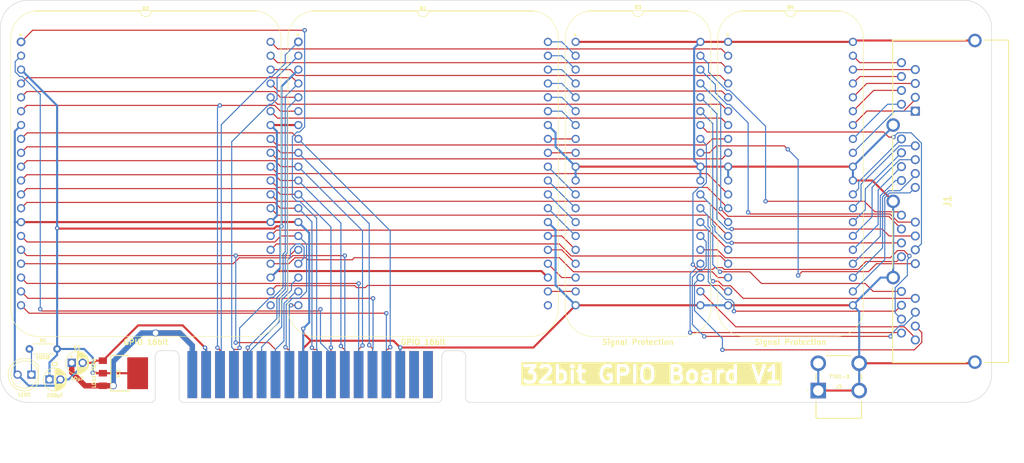
<source format=kicad_pcb>
(kicad_pcb (version 20240108) (generator "pcbnew") (generator_version "8.0")
  (title_block (date "2025-04-21") (rev "Pico GPIO Wide"))
  (layers (0 "F.Cu" signal) (31 "B.Cu" signal) (36 "B.SilkS" user "B.Silkscreen") (37 "F.SilkS" user "F.Silkscreen") (38 "B.Mask" user) (39 "F.Mask" user) (44 "Edge.Cuts" user))
  (net 0 "")
  (net 1 "/5V")
  (net 2 "/GND")
  (net 3 "/D7")
  (net 4 "/D6")
  (net 5 "/D5")
  (net 6 "/D4")
  (net 7 "/D3")
  (net 8 "/Write Enable")
  (net 9 "/D2")
  (net 10 "/D1")
  (net 11 "/D0")
  (net 12 "/Read GPIO _{ALL}")
  (net 13 "/Write GPIO _{ALL}")
  (net 16 "/Read GD _{08..15}")
  (net 17 "/Write GD _{00..07}")
  (net 18 "/Write GD _{08..15}")
  (net 19 "/Read GD _{00..07}")
  (net 20 "/Write OE _{00..07}")
  (net 21 "/Write OE _{08..15}")
  (net 22 "/Read GD _{24..31}")
  (net 23 "/Write OE _{16..23}")
  (net 24 "/GPIO0")
  (net 25 "/GPIO1")
  (net 26 "/GPIO2")
  (net 27 "/GPIO3")
  (net 28 "/GPIO4")
  (net 29 "/GPIO5")
  (net 30 "/GPIO6")
  (net 31 "/GPIO7")
  (net 32 "/GPIO8")
  (net 33 "/GPIO9")
  (net 34 "/GPIO10")
  (net 35 "/GPIO11")
  (net 36 "/GPIO12")
  (net 37 "/GPIO13")
  (net 38 "/GPIO14")
  (net 39 "/GPIO15")
  (net 40 "/Read GD _{16..23}")
  (net 41 "/Write GD _{24..31}")
  (net 42 "/Write OE _{24..31}")
  (net 43 "/Write GD _{16..23}")
  (net 44 "/GPIO16")
  (net 45 "/GPIO17")
  (net 46 "/GPIO18")
  (net 47 "/GPIO19")
  (net 48 "/GPIO20")
  (net 49 "/GPIO21")
  (net 50 "/GPIO22")
  (net 51 "/GPIO23")
  (net 52 "/GPIO24")
  (net 53 "/GPIO25")
  (net 54 "/GPIO26")
  (net 55 "/GPIO27")
  (net 56 "/GPIO28")
  (net 57 "/GPIO29")
  (net 58 "/GPIO30")
  (net 59 "/GPIO31")
  (net 60 "/12V")
  (net 61 "Net-(LED1-K)")
  (net 67 "/GPIO_{Ω}17")
  (net 68 "/GPIO_{Ω}31")
  (net 69 "/GPIO_{Ω}2")
  (net 70 "/GPIO_{Ω}28")
  (net 71 "/GPIO_{Ω}3")
  (net 72 "/GPIO_{Ω}6")
  (net 73 "/GPIO_{Ω}23")
  (net 74 "/GPIO_{Ω}22")
  (net 75 "/GPIO_{Ω}12")
  (net 76 "/GPIO_{Ω}10")
  (net 77 "/GPIO_{Ω}29")
  (net 78 "/GPIO_{Ω}21")
  (net 79 "/GPIO_{Ω}27")
  (net 80 "/GPIO_{Ω}20")
  (net 81 "/GPIO_{Ω}8")
  (net 82 "/GPIO_{Ω}15")
  (net 83 "/GPIO_{Ω}1")
  (net 84 "/GPIO_{Ω}25")
  (net 85 "/GPIO_{Ω}30")
  (net 86 "/GPIO_{Ω}19")
  (net 87 "/GPIO_{Ω}0")
  (net 88 "/GPIO_{Ω}24")
  (net 89 "/GPIO_{Ω}7")
  (net 90 "/GPIO_{Ω}4")
  (net 91 "/GPIO_{Ω}16")
  (net 92 "/GPIO_{Ω}14")
  (net 93 "/GPIO_{Ω}11")
  (net 94 "/GPIO_{Ω}5")
  (net 95 "/GPIO_{Ω}9")
  (net 96 "/GPIO_{Ω}18")
  (net 97 "/GPIO_{Ω}26")
  (net 98 "/GPIO_{Ω}13")
  (footprint "SamacSys_Parts:77613" (layer "F.Cu") (at 146.05 15.621)
    (property "Reference" "J3")
    (property "Value" "7761-3" (hide yes))
  )
  (footprint "SamacSys_Parts:36pin Edge Connector" (layer "F.Cu") (at 24.069 17.78)
    (property "Reference" "J2" (hide yes))
    (property "Value" "2-5530843-7")
    (fp_line (start 0.499999 -8.4) (end 0.5 -0.5) (stroke (width 0.1)) (layer "Edge.Cuts"))
    (fp_line (start 0.5 -0.5) (end 0 0) (stroke (width 0.1)) (layer "Edge.Cuts"))
    (fp_line (start 1.577048 -9.466799) (end 3.81 -9.466799) (stroke (width 0.1)) (layer "Edge.Cuts"))
    (fp_line (start 4.887048 -8.4) (end 4.887048 -0.5) (stroke (width 0.1)) (layer "Edge.Cuts"))
    (fp_line (start 4.887048 -0.5) (end 5.387048 0) (stroke (width 0.1)) (layer "Edge.Cuts"))
    (fp_line (start 52.512048 0) (end 5.387048 0) (stroke (width 0.1)) (layer "Edge.Cuts"))
    (fp_line (start 53.012048 -0.5) (end 52.512048 0) (stroke (width 0.1)) (layer "Edge.Cuts"))
    (fp_line (start 53.012049 -8.4) (end 53.012048 -0.5) (stroke (width 0.1)) (layer "Edge.Cuts"))
    (fp_line (start 54.089096 -9.466799) (end 56.322048 -9.466799) (stroke (width 0.1)) (layer "Edge.Cuts"))
    (fp_line (start 57.399096 -8.4) (end 57.399096 -0.499999) (stroke (width 0.1)) (layer "Edge.Cuts"))
    (fp_line (start 57.399096 -0.499999) (end 57.899095 0) (stroke (width 0.1)) (layer "Edge.Cuts"))
    (fp_arc (start 0.499999 -8.4) (mid 0.817584 -9.156463) (end 1.577048 -9.466799) (stroke (width 0.1)) (layer "Edge.Cuts"))
    (fp_arc (start 3.81 -9.466799) (mid 4.569467 -9.156465) (end 4.887048 -8.4) (stroke (width 0.1)) (layer "Edge.Cuts"))
    (fp_arc (start 53.012049 -8.4) (mid 53.329621 -9.156489) (end 54.089096 -9.466799) (stroke (width 0.1)) (layer "Edge.Cuts"))
    (fp_arc (start 56.322048 -9.466799) (mid 57.081523 -9.156472) (end 57.399096 -8.4) (stroke (width 0.1)) (layer "Edge.Cuts"))
  )
  (footprint "SamacSys_Parts:LD1117S33C" (layer "F.Cu") (at 18.186 12.446 -90)
    (property "Reference" "IC1")
    (property "Value" "LD1117S50C" (hide yes))
  )
  (footprint "SamacSys_Parts:R_Axial_DIN0204_L3.6mm_D1.6mm_P5.08mm_Horizontal" (layer "F.Cu") (at 1.524 8.001)
    (property "Reference" "R1")
    (property "Value" "10KΩ")
  )
  (footprint "HCP65_Parts:HCP65_GPIO_16bit" (layer "F.Cu") (at 50.8 -48.26)
    (property "Reference" "B1")
    (property "Value" "GPIO 16bit" (hide yes))
  )
  (footprint "SamacSys_Parts:CP_Radial_D4.0mm_P2.00mm" (layer "F.Cu") (at 9.287 10.541)
    (property "Reference" "C1")
    (property "Value" "10μF")
  )
  (footprint "SamacSys_Parts:CP_Radial_D4.0mm_P2.00mm" (layer "F.Cu") (at 5.207 13.589)
    (property "Reference" "C2")
    (property "Value" "100μF")
  )
  (footprint "SamacSys_Parts:LED_D5.0mm" (layer "F.Cu") (at 1.905 12.7 180)
    (property "Reference" "LED1")
    (property "Value" "Red")
  )
  (footprint "HCP65_Parts:HCP65_GPIO_16bit" (layer "F.Cu") (at 0 -48.26)
    (property "Reference" "B2")
    (property "Value" "GPIO 16bit" (hide yes))
  )
  (footprint "HCP65_Parts:HCP65_Signal_Protection" (layer "F.Cu") (at 101.6 -48.26)
    (property "Reference" "B3")
    (property "Value" "Signal Protection" (hide yes))
  )
  (footprint "HCP65_Parts:HCP65_Signal_Protection" (layer "F.Cu") (at 129.54 -48.26)
    (property "Reference" "B4")
    (property "Value" "Signal Protection" (hide yes))
  )
  (footprint "SamacSys_Parts:63391672" (layer "F.Cu") (at 163.83 -35.56 90)
    (property "Reference" "J1")
    (property "Value" "6339167-2" (hide yes))
  )
  (gr_line (start 1.27 -55.88) (end 172.72 -55.88) (stroke (width 0.1)) (layer "Edge.Cuts"))
  (gr_arc (start 177.8 12.7) (mid 176.312102 16.292102) (end 172.72 17.78) (stroke (width 0.1)) (layer "Edge.Cuts"))
  (gr_arc (start 1.27 17.78) (mid -2.322102 16.292102) (end -3.81 12.7) (stroke (width 0.1)) (layer "Edge.Cuts"))
  (gr_arc (start -3.81 -50.8) (mid -2.322102 -54.392102) (end 1.27 -55.88) (stroke (width 0.1)) (layer "Edge.Cuts"))
  (gr_line (start 81.968047 17.78) (end 172.72 17.78) (stroke (width 0.1)) (layer "Edge.Cuts"))
  (gr_line (start 177.8 12.7) (end 177.8 -50.8) (stroke (width 0.1)) (layer "Edge.Cuts"))
  (gr_line (start -3.81 12.7) (end -3.81 -50.8) (stroke (width 0.1)) (layer "Edge.Cuts"))
  (gr_arc (start 172.72 -55.88) (mid 176.312102 -54.392102) (end 177.8 -50.8) (stroke (width 0.1)) (layer "Edge.Cuts"))
  (gr_line (start 1.27 17.78) (end 24.068952 17.78) (stroke (width 0.1)) (layer "Edge.Cuts"))
  (gr_text "32bit GPIO Board V1" (at 115.57 12.7 0) (layer "F.SilkS" knockout) (effects (font (size 3 3) (thickness 0.6) (bold yes))))
  (segment (start 13.7601 12.3618) (end 13.8443 12.446) (width 0.38) (layer "F.Cu") (net 1))
  (segment (start 96.52 -5.08) (end 95.3294 -6.2706) (width 0.38) (layer "F.Cu") (net 1))
  (segment (start 6.6863 -14.0523) (end 6.604 -14.1346) (width 0.38) (layer "F.Cu") (net 1))
  (segment (start 46.7789 -14.4684) (end 46.3628 -14.0523) (width 0.38) (layer "F.Cu") (net 1))
  (segment (start 95.3294 -6.2706) (end 46.9106 -6.2706) (width 0.38) (layer "F.Cu") (net 1))
  (segment (start 46.9106 -6.2706) (end 45.72 -5.08) (width 0.38) (layer "F.Cu") (net 1))
  (segment (start 14.986 12.446) (end 13.8443 12.446) (width 0.38) (layer "F.Cu") (net 1))
  (segment (start 47.7059 -14.4684) (end 46.7789 -14.4684) (width 0.38) (layer "F.Cu") (net 1))
  (segment (start 14.986 12.446) (end 21.361 12.446) (width 0.38) (layer "F.Cu") (net 1))
  (segment (start 13.1365 12.3618) (end 13.7601 12.3618) (width 0.38) (layer "F.Cu") (net 1))
  (segment (start 46.3628 -14.0523) (end 6.6863 -14.0523) (width 0.38) (layer "F.Cu") (net 1))
  (via (at 47.7059 -14.4684) (size 0.8) (drill 0.4) (layers "F.Cu" "B.Cu") (net 1))
  (via (at 13.1365 12.3618) (size 0.8) (drill 0.4) (layers "F.Cu" "B.Cu") (net 1))
  (via (at 6.604 -14.1346) (size 0.8) (drill 0.4) (layers "F.Cu" "B.Cu") (net 1))
  (segment (start 50.8 -43.18) (end 47.7059 -40.0859) (width 0.38) (layer "B.Cu") (net 1))
  (segment (start 6.604 8.001) (end 11.557 8.001) (width 0.38) (layer "B.Cu") (net 1))
  (segment (start 5.207 13.589) (end 5.207 10.4897) (width 0.38) (layer "B.Cu") (net 1))
  (segment (start 5.207 10.4897) (end 6.604 9.0927) (width 0.38) (layer "B.Cu") (net 1))
  (segment (start 47.7059 -14.4684) (end 47.5143 -14.2768) (width 0.38) (layer "B.Cu") (net 1))
  (segment (start 6.604 -36.576) (end 0 -43.18) (width 0.38) (layer "B.Cu") (net 1))
  (segment (start 47.5143 -6.8743) (end 45.72 -5.08) (width 0.38) (layer "B.Cu") (net 1))
  (segment (start 6.604 -14.1346) (end 6.604 -36.576) (width 0.38) (layer "B.Cu") (net 1))
  (segment (start 13.1365 9.5805) (end 13.1365 12.3618) (width 0.38) (layer "B.Cu") (net 1))
  (segment (start 6.604 8.1021) (end 6.604 9.0927) (width 0.38) (layer "B.Cu") (net 1))
  (segment (start 47.7059 -40.0859) (end 47.7059 -14.4684) (width 0.38) (layer "B.Cu") (net 1))
  (segment (start 6.604 -14.1346) (end 6.604 8.001) (width 0.38) (layer "B.Cu") (net 1))
  (segment (start 47.5143 -14.2768) (end 47.5143 -6.8743) (width 0.38) (layer "B.Cu") (net 1))
  (segment (start 11.557 8.001) (end 13.1365 9.5805) (width 0.38) (layer "B.Cu") (net 1))
  (segment (start 45.72 -33.02) (end 50.8 -33.02) (width 0.38) (layer "F.Cu") (net 2))
  (segment (start 51.689 12.7) (end 51.689 7.8936) (width 0.38) (layer "F.Cu") (net 2))
  (segment (start 21.449 3.683) (end 29.6094 3.683) (width 0.38) (layer "F.Cu") (net 2))
  (segment (start 129.54 0) (end 152.4 0) (width 0.38) (layer "F.Cu") (net 2))
  (segment (start 53.0828 6.4998) (end 51.689 5.106) (width 0.38) (layer "F.Cu") (net 2))
  (segment (start 159.77 -19.05) (end 155.96 -22.86) (width 0.38) (layer "F.Cu") (net 2))
  (segment (start 14.986 10.146) (end 21.449 3.683) (width 0.38) (layer "F.Cu") (net 2))
  (segment (start 14.986 10.146) (end 13.73 10.146) (width 0.38) (layer "F.Cu") (net 2))
  (segment (start 53.0828 6.4998) (end 68.231 6.4998) (width 0.38) (layer "F.Cu") (net 2))
  (segment (start 51.689 7.8936) (end 53.0828 6.4998) (width 0.38) (layer "F.Cu") (net 2))
  (segment (start 174.75 -48.51) (end 152.65 -48.51) (width 0.38) (layer "F.Cu") (net 2))
  (segment (start 124.46 -25.4) (end 129.54 -25.4) (width 0.38) (layer "F.Cu") (net 2))
  (segment (start 69.469 7.7378) (end 93.8622 7.7378) (width 0.38) (layer "F.Cu") (net 2))
  (segment (start 155.96 -22.86) (end 152.4 -22.86) (width 0.38) (layer "F.Cu") (net 2))
  (segment (start 69.469 12.7) (end 69.469 7.7378) (width 0.38) (layer "F.Cu") (net 2))
  (segment (start 13.73 10.146) (end 13.335 10.541) (width 0.38) (layer "F.Cu") (net 2))
  (segment (start 124.46 -48.26) (end 101.6 -48.26) (width 0.38) (layer "F.Cu") (net 2))
  (segment (start 29.6094 3.683) (end 33.697 7.7706) (width 0.38) (layer "F.Cu") (net 2))
  (segment (start 124.46 -25.4) (end 101.6 -25.4) (width 0.38) (layer "F.Cu") (net 2))
  (segment (start 152.4 -48.26) (end 129.54 -48.26) (width 0.38) (layer "F.Cu") (net 2))
  (segment (start 93.8622 7.7378) (end 101.6 0) (width 0.38) (layer "F.Cu") (net 2))
  (segment (start 33.697 7.7706) (end 33.9091 7.9827) (width 0.38) (layer "F.Cu") (net 2))
  (segment (start 51.689 5.106) (end 51.689 4.2741) (width 0.38) (layer "F.Cu") (net 2))
  (segment (start 33.9091 7.9827) (end 33.9091 12.7) (width 0.38) (layer "F.Cu") (net 2))
  (segment (start 0 -15.24) (end 45.72 -15.24) (width 0.38) (layer "F.Cu") (net 2))
  (segment (start 68.231 6.4998) (end 69.469 7.7378) (width 0.38) (layer "F.Cu") (net 2))
  (segment (start 129.54 -48.26) (end 124.46 -48.26) (width 0.38) (layer "F.Cu") (net 2))
  (segment (start 129.54 -25.4) (end 152.4 -25.4) (width 0.38) (layer "F.Cu") (net 2))
  (segment (start 50.7799 -15.2601) (end 45.7401 -15.2601) (width 0.38) (layer "F.Cu") (net 2))
  (segment (start 153.55 15.621) (end 146.05 15.621) (width 0.38) (layer "F.Cu") (net 2))
  (segment (start 174.539 10.621) (end 153.55 10.621) (width 0.38) (layer "F.Cu") (net 2))
  (segment (start 101.6 0) (end 124.46 0) (width 0.38) (layer "F.Cu") (net 2))
  (segment (start 13.335 10.541) (end 11.287 10.541) (width 0.38) (layer "F.Cu") (net 2))
  (via (at 51.689 4.2741) (size 0.8) (drill 0.4) (layers "F.Cu" "B.Cu") (net 2))
  (via (at 33.697 7.7706) (size 0.8) (drill 0.4) (layers "F.Cu" "B.Cu") (net 2))
  (via (at 69.469 7.7378) (size 0.8) (drill 0.4) (layers "F.Cu" "B.Cu") (net 2))
  (segment (start 97.9198 -13.8402) (end 96.52 -15.24) (width 0.38) (layer "B.Cu") (net 2))
  (segment (start -1.1483 12.1867) (end -0.635 12.7) (width 0.38) (layer "B.Cu") (net 2))
  (segment (start 7.207 13.589) (end 8.7187 13.589) (width 0.38) (layer "B.Cu") (net 2))
  (segment (start 123.3117 -47.1117) (end 123.3117 -26.5483) (width 0.38) (layer "B.Cu") (net 2))
  (segment (start 101.6 0) (end 97.9198 -3.6802) (width 0.38) (layer "B.Cu") (net 2))
  (segment (start 124.46 -25.4) (end 124.46 -22.86) (width 0.38) (layer "B.Cu") (net 2))
  (segment (start -1.1483 -31.8717) (end -1.1483 -15.24) (width 0.38) (layer "B.Cu") (net 2))
  (segment (start -0.635 12.7) (end 1.3957 14.7307) (width 0.38) (layer "B.Cu") (net 2))
  (segment (start 129.54 0) (end 124.46 0) (width 0.38) (layer "B.Cu") (net 2))
  (segment (start -1.1483 -15.24) (end -1.1483 12.1867) (width 0.38) (layer "B.Cu") (net 2))
  (segment (start 6.2055 14.7307) (end 7.207 13.7292) (width 0.38) (layer "B.Cu") (net 2))
  (segment (start 152.4 -25.4) (end 159.77 -32.77) (width 0.38) (layer "B.Cu") (net 2))
  (segment (start 129.54 -22.86) (end 129.54 -25.4) (width 0.38) (layer "B.Cu") (net 2))
  (segment (start 152.4 0) (end 153.55 1.15) (width 0.38) (layer "B.Cu") (net 2))
  (segment (start 8.7187 13.589) (end 11.287 11.0207) (width 0.38) (layer "B.Cu") (net 2))
  (segment (start 52.7956 -13.2444) (end 50.8 -15.24) (width 0.38) (layer "B.Cu") (net 2))
  (segment (start 97.9198 -29.0802) (end 97.9198 -31.6202) (width 0.38) (layer "B.Cu") (net 2))
  (segment (start 153.55 10.621) (end 153.55 15.621) (width 0.38) (layer "B.Cu") (net 2))
  (segment (start 157.48 -5.08) (end 152.4 0) (width 0.38) (layer "B.Cu") (net 2))
  (segment (start 101.6 -25.4) (end 97.9198 -29.0802) (width 0.38) (layer "B.Cu") (net 2))
  (segment (start 33.9091 12.7) (end 33.9091 7.9827) (width 0.38) (layer "B.Cu") (net 2))
  (segment (start 146.05 10.621) (end 146.05 15.621) (width 0.38) (layer "B.Cu") (net 2))
  (segment (start 153.55 1.15) (end 153.55 10.621) (width 0.38) (layer "B.Cu") (net 2))
  (segment (start 152.4 -25.4) (end 152.4 -22.86) (width 0.38) (layer "B.Cu") (net 2))
  (segment (start 69.469 12.7) (end 69.469 7.7378) (width 0.38) (layer "B.Cu") (net 2))
  (segment (start 0 -33.02) (end -1.1483 -31.8717) (width 0.38) (layer "B.Cu") (net 2))
  (segment (start 97.9198 -3.6802) (end 97.9198 -13.8402) (width 0.38) (layer "B.Cu") (net 2))
  (segment (start 1.3957 14.7307) (end 6.2055 14.7307) (width 0.38) (layer "B.Cu") (net 2))
  (segment (start 51.689 4.2741) (end 51.689 12.7) (width 0.38) (layer "B.Cu") (net 2))
  (segment (start 46.8682 -16.3882) (end 46.8682 -31.8718) (width 0.38) (layer "B.Cu") (net 2))
  (segment (start 101.6 -22.86) (end 101.6 -25.4) (width 0.38) (layer "B.Cu") (net 2))
  (segment (start 159.77 -5.08) (end 159.77 -19.05) (width 0.38) (layer "B.Cu") (net 2))
  (segment (start 33.9091 7.9827) (end 33.697 7.7706) (width 0.38) (layer "B.Cu") (net 2))
  (segment (start 52.7956 3.1675) (end 52.7956 -13.2444) (width 0.38) (layer "B.Cu") (net 2))
  (segment (start 46.8682 -31.8718) (end 45.72 -33.02) (width 0.38) (layer "B.Cu") (net 2))
  (segment (start 124.46 -48.26) (end 123.3117 -47.1117) (width 0.38) (layer "B.Cu") (net 2))
  (segment (start 123.3117 -26.5483) (end 124.46 -25.4) (width 0.38) (layer "B.Cu") (net 2))
  (segment (start 159.77 -5.08) (end 157.48 -5.08) (width 0.38) (layer "B.Cu") (net 2))
  (segment (start 97.9198 -31.6202) (end 96.52 -33.02) (width 0.38) (layer "B.Cu") (net 2))
  (segment (start 51.689 4.2741) (end 52.7956 3.1675) (width 0.38) (layer "B.Cu") (net 2))
  (segment (start -1.1483 -15.24) (end 0 -15.24) (width 0.38) (layer "B.Cu") (net 2))
  (segment (start 45.72 -15.24) (end 46.8682 -16.3882) (width 0.38) (layer "B.Cu") (net 2))
  (segment (start 66.929 8.0883) (end 67.2117 8.0883) (width 0.2) (layer "F.Cu") (net 3))
  (segment (start 67.2117 8.0883) (end 67.6314 7.6686) (width 0.2) (layer "F.Cu") (net 3))
  (segment (start 0 -30.48) (end 1.1113 -31.5913) (width 0.2) (layer "F.Cu") (net 3))
  (segment (start 49.6887 -31.5913) (end 50.8 -30.48) (width 0.2) (layer "F.Cu") (net 3))
  (segment (start 66.929 12.7) (end 66.929 8.0883) (width 0.2) (layer "F.Cu") (net 3))
  (segment (start 1.1113 -31.5913) (end 49.6887 -31.5913) (width 0.2) (layer "F.Cu") (net 3))
  (via (at 67.6314 7.6686) (size 0.8) (drill 0.4) (layers "F.Cu" "B.Cu") (net 3))
  (segment (start 50.8 -30.48) (end 67.6314 -13.6486) (width 0.2) (layer "B.Cu") (net 3))
  (segment (start 67.6314 -13.6486) (end 67.6314 7.6686) (width 0.2) (layer "B.Cu") (net 3))
  (segment (start 47.583 -27.94) (end 50.8 -27.94) (width 0.2) (layer "F.Cu") (net 4))
  (segment (start 64.389 7.908) (end 64.389 12.7) (width 0.2) (layer "F.Cu") (net 4))
  (segment (start 46.4844 -29.0386) (end 47.583 -27.94) (width 0.2) (layer "F.Cu") (net 4))
  (segment (start 63.7849 7.3039) (end 64.389 7.908) (width 0.2) (layer "F.Cu") (net 4))
  (segment (start 0 -27.94) (end 1.0986 -29.0386) (width 0.2) (layer "F.Cu") (net 4))
  (segment (start 1.0986 -29.0386) (end 46.4844 -29.0386) (width 0.2) (layer "F.Cu") (net 4))
  (via (at 63.7849 7.3039) (size 0.8) (drill 0.4) (layers "F.Cu" "B.Cu") (net 4))
  (segment (start 63.7849 -14.9551) (end 63.7849 7.3039) (width 0.2) (layer "B.Cu") (net 4))
  (segment (start 50.8 -27.94) (end 63.7849 -14.9551) (width 0.2) (layer "B.Cu") (net 4))
  (segment (start 61.849 8.0698) (end 61.849 12.7) (width 0.2) (layer "F.Cu") (net 5))
  (segment (start 0 -25.4) (end 1.0986 -26.4986) (width 0.2) (layer "F.Cu") (net 5))
  (segment (start 62.5551 7.3637) (end 61.849 8.0698) (width 0.2) (layer "F.Cu") (net 5))
  (segment (start 46.4844 -26.4986) (end 47.583 -25.4) (width 0.2) (layer "F.Cu") (net 5))
  (segment (start 1.0986 -26.4986) (end 46.4844 -26.4986) (width 0.2) (layer "F.Cu") (net 5))
  (segment (start 47.583 -25.4) (end 50.8 -25.4) (width 0.2) (layer "F.Cu") (net 5))
  (via (at 62.5551 7.3637) (size 0.8) (drill 0.4) (layers "F.Cu" "B.Cu") (net 5))
  (segment (start 50.8 -25.4) (end 62.5551 -13.6449) (width 0.2) (layer "B.Cu") (net 5))
  (segment (start 62.5551 -13.6449) (end 62.5551 7.3637) (width 0.2) (layer "B.Cu") (net 5))
  (segment (start 59.309 12.7) (end 59.309 8.0883) (width 0.2) (layer "F.Cu") (net 6))
  (segment (start 46.4647 -23.9187) (end 47.5234 -22.86) (width 0.2) (layer "F.Cu") (net 6))
  (segment (start 1.0587 -23.9187) (end 46.4647 -23.9187) (width 0.2) (layer "F.Cu") (net 6))
  (segment (start 59.208 8.0883) (end 59.309 8.0883) (width 0.2) (layer "F.Cu") (net 6))
  (segment (start 58.597 7.4773) (end 59.208 8.0883) (width 0.2) (layer "F.Cu") (net 6))
  (segment (start 47.5234 -22.86) (end 50.8 -22.86) (width 0.2) (layer "F.Cu") (net 6))
  (segment (start 0 -22.86) (end 1.0587 -23.9187) (width 0.2) (layer "F.Cu") (net 6))
  (via (at 58.597 7.4773) (size 0.8) (drill 0.4) (layers "F.Cu" "B.Cu") (net 6))
  (segment (start 50.8 -22.86) (end 58.597 -15.063) (width 0.2) (layer "B.Cu") (net 6))
  (segment (start 58.597 -15.063) (end 58.597 7.4773) (width 0.2) (layer "B.Cu") (net 6))
  (segment (start 47.5234 -20.32) (end 50.8 -20.32) (width 0.2) (layer "F.Cu") (net 7))
  (segment (start 1.0587 -21.3787) (end 46.4647 -21.3787) (width 0.2) (layer "F.Cu") (net 7))
  (segment (start 0 -20.32) (end 1.0587 -21.3787) (width 0.2) (layer "F.Cu") (net 7))
  (segment (start 56.769 12.7) (end 56.769 7.7552) (width 0.2) (layer "F.Cu") (net 7))
  (segment (start 46.4647 -21.3787) (end 47.5234 -20.32) (width 0.2) (layer "F.Cu") (net 7))
  (via (at 56.769 7.7552) (size 0.8) (drill 0.4) (layers "F.Cu" "B.Cu") (net 7))
  (segment (start 56.769 -14.351) (end 56.769 7.7552) (width 0.2) (layer "B.Cu") (net 7))
  (segment (start 50.8 -20.32) (end 56.769 -14.351) (width 0.2) (layer "B.Cu") (net 7))
  (segment (start 36.4077 -36.6187) (end 46.4647 -36.6187) (width 0.2) (layer "F.Cu") (net 8))
  (segment (start 36.449 8.0883) (end 36.2984 8.0883) (width 0.2) (layer "F.Cu") (net 8))
  (segment (start 46.4647 -36.6187) (end 47.5234 -35.56) (width 0.2) (layer "F.Cu") (net 8))
  (segment (start 36.449 12.7) (end 36.449 8.0883) (width 0.2) (layer "F.Cu") (net 8))
  (segment (start 0 -35.56) (end 1.0587 -36.6187) (width 0.2) (layer "F.Cu") (net 8))
  (segment (start 1.0587 -36.6187) (end 36.4077 -36.6187) (width 0.2) (layer "F.Cu") (net 8))
  (segment (start 36.2984 8.0883) (end 35.9815 7.7714) (width 0.2) (layer "F.Cu") (net 8))
  (segment (start 47.5234 -35.56) (end 50.8 -35.56) (width 0.2) (layer "F.Cu") (net 8))
  (via (at 36.4077 -36.6187) (size 0.8) (drill 0.4) (layers "F.Cu" "B.Cu") (net 8))
  (via (at 35.9815 7.7714) (size 0.8) (drill 0.4) (layers "F.Cu" "B.Cu") (net 8))
  (segment (start 36.4077 -36.6187) (end 35.9815 -36.1925) (width 0.2) (layer "B.Cu") (net 8))
  (segment (start 35.9815 -36.1925) (end 35.9815 7.7714) (width 0.2) (layer "B.Cu") (net 8))
  (segment (start 1.0587 -18.8387) (end 46.4647 -18.8387) (width 0.2) (layer "F.Cu") (net 9))
  (segment (start 46.4647 -18.8387) (end 47.5234 -17.78) (width 0.2) (layer "F.Cu") (net 9))
  (segment (start 54.229 12.7) (end 54.229 8.0883) (width 0.2) (layer "F.Cu") (net 9))
  (segment (start 53.6041 8.0883) (end 53.2873 7.7715) (width 0.2) (layer "F.Cu") (net 9))
  (segment (start 54.229 8.0883) (end 53.6041 8.0883) (width 0.2) (layer "F.Cu") (net 9))
  (segment (start 47.5234 -17.78) (end 50.8 -17.78) (width 0.2) (layer "F.Cu") (net 9))
  (segment (start 0 -17.78) (end 1.0587 -18.8387) (width 0.2) (layer "F.Cu") (net 9))
  (via (at 53.2873 7.7715) (size 0.8) (drill 0.4) (layers "F.Cu" "B.Cu") (net 9))
  (segment (start 53.2873 -15.2927) (end 53.2873 7.7715) (width 0.2) (layer "B.Cu") (net 9))
  (segment (start 50.8 -17.78) (end 53.2873 -15.2927) (width 0.2) (layer "B.Cu") (net 9))
  (segment (start 49.149 12.7) (end 49.149 8.0883) (width 0.2) (layer "F.Cu") (net 10))
  (segment (start 0 -12.7) (end 1.1037 -11.5963) (width 0.2) (layer "F.Cu") (net 10))
  (segment (start 1.1037 -11.5963) (end 46.4931 -11.5963) (width 0.2) (layer "F.Cu") (net 10))
  (segment (start 48.8514 8.0883) (end 48.4457 7.6826) (width 0.2) (layer "F.Cu") (net 10))
  (segment (start 47.5968 -12.7) (end 50.8 -12.7) (width 0.2) (layer "F.Cu") (net 10))
  (segment (start 49.149 8.0883) (end 48.8514 8.0883) (width 0.2) (layer "F.Cu") (net 10))
  (segment (start 46.4931 -11.5963) (end 47.5968 -12.7) (width 0.2) (layer "F.Cu") (net 10))
  (via (at 48.4457 7.6826) (size 0.8) (drill 0.4) (layers "F.Cu" "B.Cu") (net 10))
  (segment (start 49.7404 -1.2963) (end 51.0765 -1.2963) (width 0.2) (layer "B.Cu") (net 10))
  (segment (start 48.5694 7.5589) (end 48.5694 -0.1253) (width 0.2) (layer "B.Cu") (net 10))
  (segment (start 52.3039 -11.1961) (end 50.8 -12.7) (width 0.2) (layer "B.Cu") (net 10))
  (segment (start 48.5694 -0.1253) (end 49.7404 -1.2963) (width 0.2) (layer "B.Cu") (net 10))
  (segment (start 51.0765 -1.2963) (end 52.3039 -2.5237) (width 0.2) (layer "B.Cu") (net 10))
  (segment (start 48.4457 7.6826) (end 48.5694 7.5589) (width 0.2) (layer "B.Cu") (net 10))
  (segment (start 52.3039 -2.5237) (end 52.3039 -11.1961) (width 0.2) (layer "B.Cu") (net 10))
  (segment (start 0 -10.16) (end 1.0536 -9.1064) (width 0.2) (layer "F.Cu") (net 11))
  (segment (start 46.609 12.7) (end 46.609 8.0883) (width 0.2) (layer "F.Cu") (net 11))
  (segment (start 39.3277 -9.1064) (end 49.2175 -9.1064) (width 0.2) (layer "F.Cu") (net 11))
  (segment (start 49.2175 -9.1064) (end 50.2711 -10.16) (width 0.2) (layer "F.Cu") (net 11))
  (segment (start 39.3277 6.8408) (end 45.3615 6.8408) (width 0.2) (layer "F.Cu") (net 11))
  (segment (start 45.3615 6.8408) (end 46.609 8.0883) (width 0.2) (layer "F.Cu") (net 11))
  (segment (start 1.0536 -9.1064) (end 39.3277 -9.1064) (width 0.2) (layer "F.Cu") (net 11))
  (via (at 39.3277 6.8408) (size 0.8) (drill 0.4) (layers "F.Cu" "B.Cu") (net 11))
  (via (at 39.3277 -9.1064) (size 0.8) (drill 0.4) (layers "F.Cu" "B.Cu") (net 11))
  (segment (start 39.3277 6.8408) (end 39.3277 -9.1064) (width 0.2) (layer "B.Cu") (net 11))
  (segment (start 39.7281 8.0883) (end 40.0294 7.787) (width 0.2) (layer "F.Cu") (net 12))
  (segment (start 49.7413 -41.6987) (end 50.8 -40.64) (width 0.2) (layer "F.Cu") (net 12))
  (segment (start 1.0587 -41.6987) (end 49.7413 -41.6987) (width 0.2) (layer "F.Cu") (net 12))
  (segment (start 0 -40.64) (end 1.0587 -41.6987) (width 0.2) (layer "F.Cu") (net 12))
  (segment (start 38.989 8.0883) (end 39.7281 8.0883) (width 0.2) (layer "F.Cu") (net 12))
  (segment (start 38.989 12.7) (end 38.989 8.0883) (width 0.2) (layer "F.Cu") (net 12))
  (via (at 40.0294 7.787) (size 0.8) (drill 0.4) (layers "F.Cu" "B.Cu") (net 12))
  (segment (start 45.6544 -1.4633) (end 40.0294 4.1617) (width 0.2) (layer "B.Cu") (net 12))
  (segment (start 40.0294 4.1617) (end 40.0294 7.787) (width 0.2) (layer "B.Cu") (net 12))
  (segment (start 48.4077 -38.2477) (end 48.4077 -9.7884) (width 0.2) (layer "B.Cu") (net 12))
  (segment (start 46.2122 -1.4633) (end 45.6544 -1.4633) (width 0.2) (layer "B.Cu") (net 12))
  (segment (start 50.8 -40.64) (end 48.4077 -38.2477) (width 0.2) (layer "B.Cu") (net 12))
  (segment (start 48.4077 -9.7884) (end 48.006 -9.3867) (width 0.2) (layer "B.Cu") (net 12))
  (segment (start 48.006 -9.3867) (end 48.006 -3.2571) (width 0.2) (layer "B.Cu") (net 12))
  (segment (start 48.006 -3.2571) (end 46.2122 -1.4633) (width 0.2) (layer "B.Cu") (net 12))
  (segment (start 46.4647 -39.1587) (end 47.5234 -38.1) (width 0.2) (layer "F.Cu") (net 13))
  (segment (start 41.529 12.7) (end 41.529 7.7681) (width 0.2) (layer "F.Cu") (net 13))
  (segment (start 1.0587 -39.1587) (end 46.4647 -39.1587) (width 0.2) (layer "F.Cu") (net 13))
  (segment (start 0 -38.1) (end 1.0587 -39.1587) (width 0.2) (layer "F.Cu") (net 13))
  (segment (start 47.5234 -38.1) (end 50.8 -38.1) (width 0.2) (layer "F.Cu") (net 13))
  (via (at 41.529 7.7681) (size 0.8) (drill 0.4) (layers "F.Cu" "B.Cu") (net 13))
  (segment (start 48.8094 -9.622) (end 48.4077 -9.2203) (width 0.2) (layer "B.Cu") (net 13))
  (segment (start 48.8094 -36.1094) (end 48.8094 -9.622) (width 0.2) (layer "B.Cu") (net 13))
  (segment (start 46.8796 -1.4097) (end 46.8796 2.4175) (width 0.2) (layer "B.Cu") (net 13))
  (segment (start 46.8796 2.4175) (end 41.529 7.7681) (width 0.2) (layer "B.Cu") (net 13))
  (segment (start 50.8 -38.1) (end 48.8094 -36.1094) (width 0.2) (layer "B.Cu") (net 13))
  (segment (start 48.4077 -2.9378) (end 46.8796 -1.4097) (width 0.2) (layer "B.Cu") (net 13))
  (segment (start 48.4077 -9.2203) (end 48.4077 -2.9378) (width 0.2) (layer "B.Cu") (net 13))
  (segment (start 38.5873 -29.9546) (end 38.5873 7.6866) (width 0.2) (layer "B.Cu") (net 16))
  (segment (start 46.9039 -41.8239) (end 46.9039 -37.7954) (width 0.2) (layer "B.Cu") (net 16))
  (segment (start 46.9039 -37.7954) (end 45.9385 -36.83) (width 0.2) (layer "B.Cu") (net 16))
  (segment (start 38.989 12.7) (end 38.989 8.0883) (width 0.2) (layer "B.Cu") (net 16))
  (segment (start 45.4627 -36.83) (end 38.5873 -29.9546) (width 0.2) (layer "B.Cu") (net 16))
  (segment (start 45.9385 -36.83) (end 45.4627 -36.83) (width 0.2) (layer "B.Cu") (net 16))
  (segment (start 38.5873 7.6866) (end 38.989 8.0883) (width 0.2) (layer "B.Cu") (net 16))
  (segment (start 50.8 -45.72) (end 46.9039 -41.8239) (width 0.2) (layer "B.Cu") (net 16))
  (segment (start 49.3481 -10.2276) (end 49.3481 -8.7907) (width 0.2) (layer "B.Cu") (net 17))
  (segment (start 51.8521 -8.6721) (end 51.8521 -10.6059) (width 0.2) (layer "B.Cu") (net 17))
  (segment (start 49.3481 -8.7907) (end 48.8431 -8.2857) (width 0.2) (layer "B.Cu") (net 17))
  (segment (start 51.2297 -11.2283) (end 50.3488 -11.2283) (width 0.2) (layer "B.Cu") (net 17))
  (segment (start 48.8431 -2.6975) (end 47.2813 -1.1357) (width 0.2) (layer "B.Cu") (net 17))
  (segment (start 50.3488 -11.2283) (end 49.3481 -10.2276) (width 0.2) (layer "B.Cu") (net 17))
  (segment (start 47.2813 -1.1357) (end 47.2813 3.0546) (width 0.2) (layer "B.Cu") (net 17))
  (segment (start 47.2813 3.0546) (end 41.529 8.8069) (width 0.2) (layer "B.Cu") (net 17))
  (segment (start 50.8 -7.62) (end 51.8521 -8.6721) (width 0.2) (layer "B.Cu") (net 17))
  (segment (start 48.8431 -8.2857) (end 48.8431 -2.6975) (width 0.2) (layer "B.Cu") (net 17))
  (segment (start 51.8521 -10.6059) (end 51.2297 -11.2283) (width 0.2) (layer "B.Cu") (net 17))
  (segment (start 47.7574 3.9555) (end 44.069 7.6439) (width 0.2) (layer "B.Cu") (net 18))
  (segment (start 47.7574 -0.9825) (end 47.7574 3.9555) (width 0.2) (layer "B.Cu") (net 18))
  (segment (start 44.069 7.6439) (end 44.069 12.7) (width 0.2) (layer "B.Cu") (net 18))
  (segment (start 49.5465 -3.8265) (end 49.5465 -2.7716) (width 0.2) (layer "B.Cu") (net 18))
  (segment (start 50.8 -5.08) (end 49.5465 -3.8265) (width 0.2) (layer "B.Cu") (net 18))
  (segment (start 49.5465 -2.7716) (end 47.7574 -0.9825) (width 0.2) (layer "B.Cu") (net 18))
  (segment (start 48.4016 -45.8616) (end 50.8 -48.26) (width 0.2) (layer "B.Cu") (net 19))
  (segment (start 45.4949 -41.91) (end 46.0067 -41.91) (width 0.2) (layer "B.Cu") (net 19))
  (segment (start 48.4016 -44.3049) (end 48.4016 -45.8616) (width 0.2) (layer "B.Cu") (net 19))
  (segment (start 46.0067 -41.91) (end 48.4016 -44.3049) (width 0.2) (layer "B.Cu") (net 19))
  (segment (start 36.6832 -33.0983) (end 45.4949 -41.91) (width 0.2) (layer "B.Cu") (net 19))
  (segment (start 36.6832 12.4658) (end 36.6832 -33.0983) (width 0.2) (layer "B.Cu") (net 19))
  (segment (start 48.1663 6.531) (end 48.1663 -0.3323) (width 0.2) (layer "B.Cu") (net 20))
  (segment (start 48.1663 -0.3323) (end 50.374 -2.54) (width 0.2) (layer "B.Cu") (net 20))
  (segment (start 46.609 12.7) (end 46.609 8.0883) (width 0.2) (layer "B.Cu") (net 20))
  (segment (start 46.609 8.0883) (end 48.1663 6.531) (width 0.2) (layer "B.Cu") (net 20))
  (segment (start 50.8 0) (end 49.4392 0) (width 0.2) (layer "F.Cu") (net 21))
  (via (at 49.4392 0) (size 0.8) (drill 0.4) (layers "F.Cu" "B.Cu") (net 21))
  (segment (start 49.149 12.7) (end 49.149 0.2902) (width 0.2) (layer "B.Cu") (net 21))
  (segment (start 49.149 0.2902) (end 49.4392 0) (width 0.2) (layer "B.Cu") (net 21))
  (segment (start 54.526 1.0519) (end 54.8525 0.7254) (width 0.2) (layer "F.Cu") (net 22))
  (segment (start 3.5169 0.7254) (end 3.8434 1.0519) (width 0.2) (layer "F.Cu") (net 22))
  (segment (start 3.8434 1.0519) (end 54.526 1.0519) (width 0.2) (layer "F.Cu") (net 22))
  (via (at 54.8525 0.7254) (size 0.8) (drill 0.4) (layers "F.Cu" "B.Cu") (net 22))
  (via (at 3.5169 0.7254) (size 0.8) (drill 0.4) (layers "F.Cu" "B.Cu") (net 22))
  (segment (start 54.8525 6.8839) (end 56.769 8.8004) (width 0.2) (layer "B.Cu") (net 22))
  (segment (start 3.5169 -38.6332) (end 3.5169 0.7254) (width 0.2) (layer "B.Cu") (net 22))
  (segment (start -0.2274 -41.91) (end 0.2401 -41.91) (width 0.2) (layer "B.Cu") (net 22))
  (segment (start 54.8525 0.7254) (end 54.8525 6.8839) (width 0.2) (layer "B.Cu") (net 22))
  (segment (start 0.2401 -41.91) (end 3.5169 -38.6332) (width 0.2) (layer "B.Cu") (net 22))
  (segment (start -1.0733 -42.7559) (end -0.2274 -41.91) (width 0.2) (layer "B.Cu") (net 22))
  (segment (start -1.0733 -44.6467) (end -1.0733 -42.7559) (width 0.2) (layer "B.Cu") (net 22))
  (segment (start 0 -45.72) (end -1.0733 -44.6467) (width 0.2) (layer "B.Cu") (net 22))
  (segment (start 1.27 -1.27) (end 64.4866 -1.27) (width 0.2) (layer "F.Cu") (net 23))
  (segment (start 0 -2.54) (end 1.27 -1.27) (width 0.2) (layer "F.Cu") (net 23))
  (via (at 64.4866 -1.27) (size 0.8) (drill 0.4) (layers "F.Cu" "B.Cu") (net 23))
  (segment (start 64.4866 7.9907) (end 64.4866 -1.27) (width 0.2) (layer "B.Cu") (net 23))
  (segment (start 64.389 8.0883) (end 64.4866 7.9907) (width 0.2) (layer "B.Cu") (net 23))
  (segment (start 64.389 12.7) (end 64.389 8.0883) (width 0.2) (layer "B.Cu") (net 23))
  (segment (start 101.6 -2.54) (end 96.52 -2.54) (width 0.2) (layer "F.Cu") (net 24))
  (segment (start 96.52 -7.62) (end 99.06 -5.08) (width 0.2) (layer "F.Cu") (net 25))
  (segment (start 99.06 -5.08) (end 101.6 -5.08) (width 0.2) (layer "F.Cu") (net 25))
  (segment (start 99.06 -10.16) (end 96.52 -10.16) (width 0.2) (layer "F.Cu") (net 26))
  (segment (start 101.6 -7.62) (end 99.06 -10.16) (width 0.2) (layer "F.Cu") (net 26))
  (segment (start 99.06 -12.7) (end 96.52 -12.7) (width 0.2) (layer "F.Cu") (net 27))
  (segment (start 101.6 -10.16) (end 99.06 -12.7) (width 0.2) (layer "F.Cu") (net 27))
  (segment (start 101.6 -12.7) (end 96.52 -17.78) (width 0.2) (layer "B.Cu") (net 28))
  (segment (start 101.6 -15.24) (end 96.52 -20.32) (width 0.2) (layer "B.Cu") (net 29))
  (segment (start 101.6 -17.78) (end 96.52 -22.86) (width 0.2) (layer "B.Cu") (net 30))
  (segment (start 101.6 -20.32) (end 96.52 -25.4) (width 0.2) (layer "B.Cu") (net 31))
  (segment (start 101.6 -27.94) (end 96.52 -27.94) (width 0.2) (layer "F.Cu") (net 32))
  (segment (start 101.6 -30.48) (end 96.52 -30.48) (width 0.2) (layer "F.Cu") (net 33))
  (segment (start 101.6 -33.02) (end 99.06 -35.56) (width 0.2) (layer "B.Cu") (net 34))
  (segment (start 99.06 -35.56) (end 96.52 -35.56) (width 0.2) (layer "B.Cu") (net 34))
  (segment (start 99.06 -38.1) (end 96.52 -38.1) (width 0.2) (layer "B.Cu") (net 35))
  (segment (start 101.6 -35.56) (end 99.06 -38.1) (width 0.2) (layer "B.Cu") (net 35))
  (segment (start 101.6 -38.1) (end 99.06 -40.64) (width 0.2) (layer "B.Cu") (net 36))
  (segment (start 99.06 -40.64) (end 96.52 -40.64) (width 0.2) (layer "B.Cu") (net 36))
  (segment (start 99.06 -43.18) (end 96.52 -43.18) (width 0.2) (layer "B.Cu") (net 37))
  (segment (start 101.6 -40.64) (end 99.06 -43.18) (width 0.2) (layer "B.Cu") (net 37))
  (segment (start 99.06 -45.72) (end 96.52 -45.72) (width 0.2) (layer "B.Cu") (net 38))
  (segment (start 101.6 -43.18) (end 99.06 -45.72) (width 0.2) (layer "B.Cu") (net 38))
  (segment (start 99.06 -48.26) (end 96.52 -48.26) (width 0.2) (layer "B.Cu") (net 39))
  (segment (start 101.6 -45.72) (end 99.06 -48.26) (width 0.2) (layer "B.Cu") (net 39))
  (segment (start 0 -48.26) (end 2.1269 -50.3869) (width 0.2) (layer "F.Cu") (net 40))
  (segment (start 2.1269 -50.3869) (end 51.9503 -50.3869) (width 0.2) (layer "F.Cu") (net 40))
  (via (at 51.9503 -50.3869) (size 0.8) (drill 0.4) (layers "F.Cu" "B.Cu") (net 40))
  (segment (start 54.1508 8.0101) (end 54.229 8.0883) (width 0.2) (layer "B.Cu") (net 40))
  (segment (start 51.9503 -50.3869) (end 51.9503 -32.6678) (width 0.2) (layer "B.Cu") (net 40))
  (segment (start 50.5419 -31.75) (end 49.7042 -30.9123) (width 0.2) (layer "B.Cu") (net 40))
  (segment (start 51.0325 -31.75) (end 50.5419 -31.75) (width 0.2) (layer "B.Cu") (net 40))
  (segment (start 49.7042 -30.9123) (end 49.7042 -19.8699) (width 0.2) (layer "B.Cu") (net 40))
  (segment (start 54.229 12.7) (end 54.229 8.0883) (width 0.2) (layer "B.Cu") (net 40))
  (segment (start 54.1508 -15.9503) (end 54.1508 8.0101) (width 0.2) (layer "B.Cu") (net 40))
  (segment (start 49.7042 -19.8699) (end 50.5241 -19.05) (width 0.2) (layer "B.Cu") (net 40))
  (segment (start 50.5241 -19.05) (end 51.0511 -19.05) (width 0.2) (layer "B.Cu") (net 40))
  (segment (start 51.9503 -32.6678) (end 51.0325 -31.75) (width 0.2) (layer "B.Cu") (net 40))
  (segment (start 51.0511 -19.05) (end 54.1508 -15.9503) (width 0.2) (layer "B.Cu") (net 40))
  (segment (start 1.0786 -4.0014) (end 0 -5.08) (width 0.2) (layer "F.Cu") (net 41))
  (segment (start 61.849 -4.0014) (end 1.0786 -4.0014) (width 0.2) (layer "F.Cu") (net 41))
  (via (at 61.849 -4.0014) (size 0.8) (drill 0.4) (layers "F.Cu" "B.Cu") (net 41))
  (segment (start 61.849 12.7) (end 61.849 -4.0014) (width 0.2) (layer "B.Cu") (net 41))
  (segment (start 1.4536 1.4536) (end 66.929 1.4536) (width 0.2) (layer "F.Cu") (net 42))
  (segment (start 0 0) (end 1.4536 1.4536) (width 0.2) (layer "F.Cu") (net 42))
  (via (at 66.929 1.4536) (size 0.8) (drill 0.4) (layers "F.Cu" "B.Cu") (net 42))
  (segment (start 66.929 12.7) (end 66.929 1.4536) (width 0.2) (layer "B.Cu") (net 42))
  (segment (start 49.7835 -9.1044) (end 59.309 -9.1044) (width 0.2) (layer "F.Cu") (net 43))
  (segment (start 0 -7.62) (end 38.8727 -7.62) (width 0.2) (layer "F.Cu") (net 43))
  (segment (start 39.9554 -8.7027) (end 49.3818 -8.7027) (width 0.2) (layer "F.Cu") (net 43))
  (segment (start 49.3818 -8.7027) (end 49.7835 -9.1044) (width 0.2) (layer "F.Cu") (net 43))
  (segment (start 38.8727 -7.62) (end 39.9554 -8.7027) (width 0.2) (layer "F.Cu") (net 43))
  (via (at 59.309 -9.1044) (size 0.8) (drill 0.4) (layers "F.Cu" "B.Cu") (net 43))
  (segment (start 59.309 12.7) (end 59.309 -9.1044) (width 0.2) (layer "B.Cu") (net 43))
  (segment (start 127.927 -3.6323) (end 129.0193 -2.54) (width 0.2) (layer "F.Cu") (net 44))
  (segment (start 63.0657 -3.2351) (end 63.4629 -3.6323) (width 0.2) (layer "F.Cu") (net 44))
  (segment (start 46.7757 -3.5957) (end 61.1433 -3.5957) (width 0.2) (layer "F.Cu") (net 44))
  (segment (start 45.72 -2.54) (end 46.7757 -3.5957) (width 0.2) (layer "F.Cu") (net 44))
  (segment (start 63.4629 -3.6323) (end 127.927 -3.6323) (width 0.2) (layer "F.Cu") (net 44))
  (segment (start 61.5039 -3.2351) (end 63.0657 -3.2351) (width 0.2) (layer "F.Cu") (net 44))
  (segment (start 61.1433 -3.5957) (end 61.5039 -3.2351) (width 0.2) (layer "F.Cu") (net 44))
  (segment (start 52.1666 -8.7027) (end 50.15 -8.7027) (width 0.2) (layer "F.Cu") (net 45))
  (segment (start 50.15 -8.7027) (end 49.0673 -7.62) (width 0.2) (layer "F.Cu") (net 45))
  (segment (start 98.6217 -8.7182) (end 61.0502 -8.7182) (width 0.2) (layer "F.Cu") (net 45))
  (segment (start 49.0673 -7.62) (end 45.72 -7.62) (width 0.2) (layer "F.Cu") (net 45))
  (segment (start 52.5264 -8.3429) (end 52.1666 -8.7027) (width 0.2) (layer "F.Cu") (net 45))
  (segment (start 129.54 -5.08) (end 127.677 -5.08) (width 0.2) (layer "F.Cu") (net 45))
  (segment (start 61.0502 -8.7182) (end 60.6749 -8.3429) (width 0.2) (layer "F.Cu") (net 45))
  (segment (start 101.2043 -6.1356) (end 98.6217 -8.7182) (width 0.2) (layer "F.Cu") (net 45))
  (segment (start 127.677 -5.08) (end 126.6214 -6.1356) (width 0.2) (layer "F.Cu") (net 45))
  (segment (start 126.6214 -6.1356) (end 101.2043 -6.1356) (width 0.2) (layer "F.Cu") (net 45))
  (segment (start 60.6749 -8.3429) (end 52.5264 -8.3429) (width 0.2) (layer "F.Cu") (net 45))
  (segment (start 98.5957 -11.2345) (end 100.7986 -9.0316) (width 0.2) (layer "F.Cu") (net 46))
  (segment (start 128.1264 -9.0316) (end 129.538 -7.62) (width 0.2) (layer "F.Cu") (net 46))
  (segment (start 46.7945 -11.2345) (end 98.5957 -11.2345) (width 0.2) (layer "F.Cu") (net 46))
  (segment (start 100.7986 -9.0316) (end 128.1264 -9.0316) (width 0.2) (layer "F.Cu") (net 46))
  (segment (start 45.72 -10.16) (end 46.7945 -11.2345) (width 0.2) (layer "F.Cu") (net 46))
  (segment (start 45.72 -12.7) (end 46.7867 -13.7667) (width 0.2) (layer "F.Cu") (net 47))
  (segment (start 125.9333 -13.7667) (end 129.54 -10.16) (width 0.2) (layer "F.Cu") (net 47))
  (segment (start 46.7867 -13.7667) (end 125.9333 -13.7667) (width 0.2) (layer "F.Cu") (net 47))
  (segment (start 129.54 -12.7) (end 125.73 -16.51) (width 0.2) (layer "F.Cu") (net 48))
  (segment (start 125.73 -16.51) (end 46.99 -16.51) (width 0.2) (layer "F.Cu") (net 48))
  (segment (start 46.99 -16.51) (end 45.72 -17.78) (width 0.2) (layer "F.Cu") (net 48))
  (segment (start 129.54 -15.24) (end 125.73 -19.05) (width 0.2) (layer "F.Cu") (net 49))
  (segment (start 46.99 -19.05) (end 45.72 -20.32) (width 0.2) (layer "F.Cu") (net 49))
  (segment (start 125.73 -19.05) (end 46.99 -19.05) (width 0.2) (layer "F.Cu") (net 49))
  (segment (start 129.54 -17.78) (end 125.73 -21.59) (width 0.2) (layer "F.Cu") (net 50))
  (segment (start 125.73 -21.59) (end 46.99 -21.59) (width 0.2) (layer "F.Cu") (net 50))
  (segment (start 46.99 -21.59) (end 45.72 -22.86) (width 0.2) (layer "F.Cu") (net 50))
  (segment (start 46.99 -24.13) (end 45.72 -25.4) (width 0.2) (layer "F.Cu") (net 51))
  (segment (start 129.54 -20.32) (end 125.73 -24.13) (width 0.2) (layer "F.Cu") (net 51))
  (segment (start 125.73 -24.13) (end 46.99 -24.13) (width 0.2) (layer "F.Cu") (net 51))
  (segment (start 46.8312 -26.8288) (end 45.72 -27.94) (width 0.2) (layer "F.Cu") (net 52))
  (segment (start 129.54 -27.94) (end 128.4288 -26.8288) (width 0.2) (layer "F.Cu") (net 52))
  (segment (start 128.4288 -26.8288) (end 46.8312 -26.8288) (width 0.2) (layer "F.Cu") (net 52))
  (segment (start 125.518116 -29.3688) (end 46.8312 -29.3688) (width 0.2) (layer "F.Cu") (net 53))
  (segment (start 46.8312 -29.3688) (end 45.72 -30.48) (width 0.2) (layer "F.Cu") (net 53))
  (segment (start 126.629316 -30.48) (end 125.518116 -29.3688) (width 0.2) (layer "F.Cu") (net 53))
  (segment (start 129.54 -30.48) (end 126.629316 -30.48) (width 0.2) (layer "F.Cu") (net 53))
  (segment (start 128.27 -34.29) (end 46.99 -34.29) (width 0.2) (layer "F.Cu") (net 54))
  (segment (start 46.99 -34.29) (end 45.72 -35.56) (width 0.2) (layer "F.Cu") (net 54))
  (segment (start 129.54 -33.02) (end 128.27 -34.29) (width 0.2) (layer "F.Cu") (net 54))
  (segment (start 129.54 -35.56) (end 128.27 -36.83) (width 0.2) (layer "F.Cu") (net 55))
  (segment (start 46.99 -36.83) (end 45.72 -38.1) (width 0.2) (layer "F.Cu") (net 55))
  (segment (start 128.27 -36.83) (end 46.99 -36.83) (width 0.2) (layer "F.Cu") (net 55))
  (segment (start 128.3911 -39.2489) (end 129.54 -38.1) (width 0.2) (layer "F.Cu") (net 56))
  (segment (start 47.1111 -39.2489) (end 128.3911 -39.2489) (width 0.2) (layer "F.Cu") (net 56))
  (segment (start 45.72 -40.64) (end 47.1111 -39.2489) (width 0.2) (layer "F.Cu") (net 56))
  (segment (start 49.3127 -43.18) (end 45.72 -43.18) (width 0.2) (layer "F.Cu") (net 57))
  (segment (start 128.0811 -42.0989) (end 50.3938 -42.0989) (width 0.2) (layer "F.Cu") (net 57))
  (segment (start 129.54 -40.64) (end 128.0811 -42.0989) (width 0.2) (layer "F.Cu") (net 57))
  (segment (start 50.3938 -42.0989) (end 49.3127 -43.18) (width 0.2) (layer "F.Cu") (net 57))
  (segment (start 129.54 -43.18) (end 128.27 -44.45) (width 0.2) (layer "F.Cu") (net 58))
  (segment (start 128.27 -44.45) (end 46.99 -44.45) (width 0.2) (layer "F.Cu") (net 58))
  (segment (start 46.99 -44.45) (end 45.72 -45.72) (width 0.2) (layer "F.Cu") (net 58))
  (segment (start 128.295 -46.965) (end 47.015 -46.965) (width 0.2) (layer "F.Cu") (net 59))
  (segment (start 129.54 -45.72) (end 128.295 -46.965) (width 0.2) (layer "F.Cu") (net 59))
  (segment (start 47.015 -46.965) (end 45.72 -48.26) (width 0.2) (layer "F.Cu") (net 59))
  (segment (start 11.7403 14.746) (end 14.986 14.746) (width 1) (layer "F.Cu") (net 60))
  (segment (start 16.877 14.746) (end 16.891 14.732) (width 1) (layer "F.Cu") (net 60))
  (segment (start 9.287 10.541) (end 9.287 12.2927) (width 1) (layer "F.Cu") (net 60))
  (segment (start 29.059048 5.08) (end 24.638 5.08) (width 1) (layer "F.Cu") (net 60))
  (segment (start 31.369048 12.7) (end 31.369048 7.39) (width 1) (layer "F.Cu") (net 60))
  (segment (start 9.287 12.2927) (end 11.7403 14.746) (width 1) (layer "F.Cu") (net 60))
  (segment (start 31.369048 7.39) (end 29.059048 5.08) (width 1) (layer "F.Cu") (net 60))
  (segment (start 14.986 14.746) (end 16.877 14.746) (width 1) (layer "F.Cu") (net 60))
  (via (at 24.638 5.08) (size 1.3) (drill 1) (layers "F.Cu" "B.Cu") (net 60))
  (via (at 16.891 14.732) (size 1.3) (drill 1) (layers "F.Cu" "B.Cu") (net 60))
  (segment (start 29.059048 5.08) (end 24.638 5.08) (width 1) (layer "B.Cu") (net 60))
  (segment (start 16.891 10.287) (end 22.098 5.08) (width 1) (layer "B.Cu") (net 60))
  (segment (start 31.369048 7.39) (end 29.059048 5.08) (width 1) (layer "B.Cu") (net 60))
  (segment (start 16.891 14.732) (end 16.891 10.287) (width 1) (layer "B.Cu") (net 60))
  (segment (start 31.369048 12.7) (end 31.369048 7.39) (width 1) (layer "B.Cu") (net 60))
  (segment (start 22.098 5.08) (end 24.638 5.08) (width 1) (layer "B.Cu") (net 60))
  (segment (start 1.905 12.7) (end 1.905 8.382) (width 0.2) (layer "B.Cu") (net 61))
  (segment (start 152.4 -7.62) (end 157.4274 -12.6474) (width 0.2) (layer "B.Cu") (net 67))
  (segment (start 157.4274 -12.6474) (end 157.4274 -20.0736) (width 0.2) (layer "B.Cu") (net 67))
  (segment (start 157.4274 -20.0736) (end 160.2138 -22.86) (width 0.2) (layer "B.Cu") (net 67))
  (segment (start 160.2138 -22.86) (end 161.29 -22.86) (width 0.2) (layer "B.Cu") (net 67))
  (segment (start 161.29 -44.45) (end 153.67 -44.45) (width 0.2) (layer "F.Cu") (net 68))
  (segment (start 153.67 -44.45) (end 152.4 -45.72) (width 0.2) (layer "F.Cu") (net 68))
  (segment (start 165.0167 6.7921) (end 163.6473 8.1615) (width 0.2) (layer "F.Cu") (net 69))
  (segment (start 165.0167 4.9967) (end 165.0167 6.7921) (width 0.2) (layer "F.Cu") (net 69))
  (segment (start 163.6473 8.1615) (end 128.4954 8.1615) (width 0.2) (layer "F.Cu") (net 69))
  (segment (start 163.83 3.81) (end 165.0167 4.9967) (width 0.2) (layer "F.Cu") (net 69))
  (via (at 128.4954 8.1615) (size 0.8) (drill 0.4) (layers "F.Cu" "B.Cu") (net 69))
  (segment (start 128.4954 8.1615) (end 128.4954 6.0875) (width 0.2) (layer "B.Cu") (net 69))
  (segment (start 128.4954 6.0875) (end 123.3836 0.9757) (width 0.2) (layer "B.Cu") (net 69))
  (segment (start 123.3836 0.9757) (end 123.3836 -4.0036) (width 0.2) (layer "B.Cu") (net 69))
  (segment (start 123.3836 -4.0036) (end 124.46 -5.08) (width 0.2) (layer "B.Cu") (net 69))
  (segment (start 154.94 -40.64) (end 152.4 -38.1) (width 0.2) (layer "F.Cu") (net 70))
  (segment (start 163.83 -40.64) (end 154.94 -40.64) (width 0.2) (layer "F.Cu") (net 70))
  (segment (start 160.5755 -10.0255) (end 161.7504 -10.0255) (width 0.2) (layer "F.Cu") (net 71))
  (segment (start 129.012 -8.714) (end 159.264 -8.714) (width 0.2) (layer "F.Cu") (net 71))
  (segment (start 161.7504 -10.0255) (end 162.7412 -9.0347) (width 0.2) (layer "F.Cu") (net 71))
  (segment (start 124.46 -10.16) (end 127.566 -10.16) (width 0.2) (layer "F.Cu") (net 71))
  (segment (start 159.264 -8.714) (end 160.5755 -10.0255) (width 0.2) (layer "F.Cu") (net 71))
  (segment (start 127.566 -10.16) (end 129.012 -8.714) (width 0.2) (layer "F.Cu") (net 71))
  (via (at 162.7412 -9.0347) (size 0.8) (drill 0.4) (layers "F.Cu" "B.Cu") (net 71))
  (segment (start 161.29 2.54) (end 160.1466 1.3966) (width 0.2) (layer "B.Cu") (net 71))
  (segment (start 162.3762 -5.4571) (end 162.3762 -8.3422) (width 0.2) (layer "B.Cu") (net 71))
  (segment (start 160.1466 -3.2275) (end 162.3762 -5.4571) (width 0.2) (layer "B.Cu") (net 71))
  (segment (start 162.3762 -8.3422) (end 162.7412 -8.7072) (width 0.2) (layer "B.Cu") (net 71))
  (segment (start 162.7412 -8.7072) (end 162.7412 -9.0347) (width 0.2) (layer "B.Cu") (net 71))
  (segment (start 160.1466 1.3966) (end 160.1466 -3.2275) (width 0.2) (layer "B.Cu") (net 71))
  (segment (start 128.559 -3.5917) (end 127.7425 -4.4082) (width 0.2) (layer "F.Cu") (net 72))
  (segment (start 132.2974 -1.27) (end 129.9757 -3.5917) (width 0.2) (layer "F.Cu") (net 72))
  (segment (start 129.9757 -3.5917) (end 128.559 -3.5917) (width 0.2) (layer "F.Cu") (net 72))
  (segment (start 163.83 -1.27) (end 132.2974 -1.27) (width 0.2) (layer "F.Cu") (net 72))
  (segment (start 127.7425 -4.4082) (end 126.7793 -4.4082) (width 0.2) (layer "F.Cu") (net 72))
  (via (at 126.7793 -4.4082) (size 0.8) (drill 0.4) (layers "F.Cu" "B.Cu") (net 72))
  (segment (start 126.7793 -4.4082) (end 126.3159 -4.8716) (width 0.2) (layer "B.Cu") (net 72))
  (segment (start 126.3159 -14.0383) (end 125.8545 -14.4997) (width 0.2) (layer "B.Cu") (net 72))
  (segment (start 126.3159 -4.8716) (end 126.3159 -14.0383) (width 0.2) (layer "B.Cu") (net 72))
  (segment (start 125.8545 -14.4997) (end 125.8545 -16.3855) (width 0.2) (layer "B.Cu") (net 72))
  (segment (start 125.8545 -16.3855) (end 124.46 -17.78) (width 0.2) (layer "B.Cu") (net 72))
  (segment (start 153.4615 -22.6515) (end 153.4615 -21.3815) (width 0.2) (layer "B.Cu") (net 73))
  (segment (start 161.29 -30.48) (end 153.4615 -22.6515) (width 0.2) (layer "B.Cu") (net 73))
  (segment (start 153.4615 -21.3815) (end 152.4 -20.32) (width 0.2) (layer "B.Cu") (net 73))
  (segment (start 153.8898 -22.1943) (end 153.8898 -19.2698) (width 0.2) (layer "B.Cu") (net 74))
  (segment (start 163.83 -29.21) (end 160.9055 -29.21) (width 0.2) (layer "B.Cu") (net 74))
  (segment (start 160.9055 -29.21) (end 153.8898 -22.1943) (width 0.2) (layer "B.Cu") (net 74))
  (segment (start 153.8898 -19.2698) (end 152.4 -17.78) (width 0.2) (layer "B.Cu") (net 74))
  (segment (start 163.83 -12.7) (end 159.0374 -12.7) (width 0.2) (layer "F.Cu") (net 75))
  (segment (start 159.0374 -12.7) (end 157.7674 -13.97) (width 0.2) (layer "F.Cu") (net 75))
  (segment (start 157.7674 -13.97) (end 130.1967 -13.97) (width 0.2) (layer "F.Cu") (net 75))
  (via (at 130.1967 -13.97) (size 0.8) (drill 0.4) (layers "F.Cu" "B.Cu") (net 75))
  (segment (start 130.1967 -13.97) (end 129.3218 -13.97) (width 0.2) (layer "B.Cu") (net 75))
  (segment (start 127.4776 -15.8142) (end 127.4776 -35.0824) (width 0.2) (layer "B.Cu") (net 75))
  (segment (start 129.3218 -13.97) (end 127.4776 -15.8142) (width 0.2) (layer "B.Cu") (net 75))
  (segment (start 127.4776 -35.0824) (end 124.46 -38.1) (width 0.2) (layer "B.Cu") (net 75))
  (segment (start 124.46 -33.02) (end 125.73 -31.75) (width 0.2) (layer "F.Cu") (net 76))
  (segment (start 158.961 -30.8146) (end 159.8351 -30.8146) (width 0.2) (layer "F.Cu") (net 76))
  (segment (start 158.0256 -31.75) (end 158.961 -30.8146) (width 0.2) (layer "F.Cu") (net 76))
  (segment (start 125.73 -31.75) (end 158.0256 -31.75) (width 0.2) (layer "F.Cu") (net 76))
  (via (at 159.8351 -30.8146) (size 0.8) (drill 0.4) (layers "F.Cu" "B.Cu") (net 76))
  (segment (start 163.0567 -31.6067) (end 160.6272 -31.6067) (width 0.2) (layer "B.Cu") (net 76))
  (segment (start 164.9567 -29.7067) (end 163.0567 -31.6067) (width 0.2) (layer "B.Cu") (net 76))
  (segment (start 164.9567 -11.2867) (end 164.9567 -29.7067) (width 0.2) (layer "B.Cu") (net 76))
  (segment (start 160.6272 -31.6067) (end 159.8351 -30.8146) (width 0.2) (layer "B.Cu") (net 76))
  (segment (start 163.83 -10.16) (end 164.9567 -11.2867) (width 0.2) (layer "B.Cu") (net 76))
  (segment (start 153.67 -41.91) (end 152.4 -40.64) (width 0.2) (layer "F.Cu") (net 77))
  (segment (start 161.29 -41.91) (end 153.67 -41.91) (width 0.2) (layer "F.Cu") (net 77))
  (segment (start 161.29 -27.94) (end 154.6763 -21.3263) (width 0.2) (layer "B.Cu") (net 78))
  (segment (start 154.6763 -21.3263) (end 154.6763 -17.5163) (width 0.2) (layer "B.Cu") (net 78))
  (segment (start 154.6763 -17.5163) (end 152.4 -15.24) (width 0.2) (layer "B.Cu") (net 78))
  (segment (start 156.21 -39.37) (end 152.4 -35.56) (width 0.2) (layer "F.Cu") (net 79))
  (segment (start 161.29 -39.37) (end 156.21 -39.37) (width 0.2) (layer "F.Cu") (net 79))
  (segment (start 155.9104 -16.2104) (end 155.9104 -21.6183) (width 0.2) (layer "B.Cu") (net 80))
  (segment (start 152.4 -12.7) (end 155.9104 -16.2104) (width 0.2) (layer "B.Cu") (net 80))
  (segment (start 160.9621 -26.67) (end 163.83 -26.67) (width 0.2) (layer "B.Cu") (net 80))
  (segment (start 155.9104 -21.6183) (end 160.9621 -26.67) (width 0.2) (layer "B.Cu") (net 80))
  (segment (start 139.827 -29.21) (end 127.381 -29.21) (width 0.2) (layer "F.Cu") (net 81))
  (segment (start 156.718001 -7.620001) (end 156.21 -7.112) (width 0.2) (layer "F.Cu") (net 81))
  (segment (start 126.111 -27.94) (end 124.46 -27.94) (width 0.2) (layer "F.Cu") (net 81))
  (segment (start 140.462 -28.575) (end 139.827 -29.21) (width 0.2) (layer "F.Cu") (net 81))
  (segment (start 127.381 -29.21) (end 126.111 -27.94) (width 0.2) (layer "F.Cu") (net 81))
  (segment (start 143.075999 -6.169999) (end 142.367 -5.461) (width 0.2) (layer "F.Cu") (net 81))
  (segment (start 163.83 -7.620001) (end 156.718001 -7.620001) (width 0.2) (layer "F.Cu") (net 81))
  (segment (start 155.267999 -6.169999) (end 143.075999 -6.169999) (width 0.2) (layer "F.Cu") (net 81))
  (segment (start 156.21 -7.112) (end 155.267999 -6.169999) (width 0.2) (layer "F.Cu") (net 81))
  (via (at 142.367 -5.461) (size 0.8) (drill 0.4) (layers "F.Cu" "B.Cu") (net 81))
  (via (at 140.462 -28.575) (size 0.8) (drill 0.4) (layers "F.Cu" "B.Cu") (net 81))
  (segment (start 142.367 -26.67) (end 140.462 -28.575) (width 0.2) (layer "B.Cu") (net 81))
  (segment (start 142.367 -5.461) (end 142.367 -26.67) (width 0.2) (layer "B.Cu") (net 81))
  (segment (start 154.4922 -19.0503) (end 136.4002 -19.0503) (width 0.2) (layer "F.Cu") (net 82))
  (segment (start 160.6715 -17.1285) (end 156.414 -17.1285) (width 0.2) (layer "F.Cu") (net 82))
  (segment (start 161.29 -16.51) (end 160.6715 -17.1285) (width 0.2) (layer "F.Cu") (net 82))
  (segment (start 156.414 -17.1285) (end 154.4922 -19.0503) (width 0.2) (layer "F.Cu") (net 82))
  (via (at 136.4002 -19.0503) (size 0.8) (drill 0.4) (layers "F.Cu" "B.Cu") (net 82))
  (segment (start 129.8164 -39.37) (end 129.2955 -39.37) (width 0.2) (layer "B.Cu") (net 82))
  (segment (start 136.4002 -32.7862) (end 129.8164 -39.37) (width 0.2) (layer "B.Cu") (net 82))
  (segment (start 129.2955 -39.37) (end 125.9498 -42.7157) (width 0.2) (layer "B.Cu") (net 82))
  (segment (start 136.4002 -19.0503) (end 136.4002 -32.7862) (width 0.2) (layer "B.Cu") (net 82))
  (segment (start 125.9498 -44.2302) (end 124.46 -45.72) (width 0.2) (layer "B.Cu") (net 82))
  (segment (start 125.9498 -42.7157) (end 125.9498 -44.2302) (width 0.2) (layer "B.Cu") (net 82))
  (segment (start 161.2072 4.9972) (end 122.5802 4.9972) (width 0.2) (layer "F.Cu") (net 83))
  (via (at 122.5802 4.9972) (size 0.8) (drill 0.4) (layers "F.Cu" "B.Cu") (net 83))
  (segment (start 122.5802 -5.7402) (end 122.5802 4.9972) (width 0.2) (layer "B.Cu") (net 83))
  (segment (start 124.46 -7.62) (end 122.5802 -5.7402) (width 0.2) (layer "B.Cu") (net 83))
  (segment (start 161.29 -36.83) (end 158.75 -36.83) (width 0.2) (layer "B.Cu") (net 84))
  (segment (start 158.75 -36.83) (end 152.4 -30.48) (width 0.2) (layer "B.Cu") (net 84))
  (segment (start 163.83 -43.18) (end 152.4 -43.18) (width 0.2) (layer "F.Cu") (net 85))
  (segment (start 157.0257 -14.7857) (end 152.4 -10.16) (width 0.2) (layer "B.Cu") (net 86))
  (segment (start 161.29 -25.4) (end 157.0257 -21.1357) (width 0.2) (layer "B.Cu") (net 86))
  (segment (start 157.0257 -21.1357) (end 157.0257 -14.7857) (width 0.2) (layer "B.Cu") (net 86))
  (segment (start 161.8187 3.9392) (end 130.9392 3.9392) (width 0.2) (layer "F.Cu") (net 87))
  (segment (start 130.9392 3.9392) (end 124.46 -2.54) (width 0.2) (layer "F.Cu") (net 87))
  (segment (start 163.83 5.9505) (end 161.8187 3.9392) (width 0.2) (layer "F.Cu") (net 87))
  (segment (start 163.83 -35.56) (end 160.02 -35.56) (width 0.2) (layer "B.Cu") (net 88))
  (segment (start 160.02 -35.56) (end 152.4 -27.94) (width 0.2) (layer "B.Cu") (net 88))
  (segment (start 128.0476 -6.1356) (end 133.5073 -6.1356) (width 0.2) (layer "F.Cu") (net 89))
  (segment (start 135.6495 -3.9934) (end 154.6594 -3.9934) (width 0.2) (layer "F.Cu") (net 89))
  (segment (start 154.6594 -3.9934) (end 156.1128 -2.54) (width 0.2) (layer "F.Cu") (net 89))
  (segment (start 133.5073 -6.1356) (end 135.6495 -3.9934) (width 0.2) (layer "F.Cu") (net 89))
  (segment (start 156.1128 -2.54) (end 161.29 -2.54) (width 0.2) (layer "F.Cu") (net 89))
  (via (at 128.0476 -6.1356) (size 0.8) (drill 0.4) (layers "F.Cu" "B.Cu") (net 89))
  (segment (start 124.46 -20.32) (end 126.3159 -18.4641) (width 0.2) (layer "B.Cu") (net 89))
  (segment (start 126.3159 -14.6946) (end 126.7176 -14.2929) (width 0.2) (layer "B.Cu") (net 89))
  (segment (start 126.7176 -7.4656) (end 128.0476 -6.1356) (width 0.2) (layer "B.Cu") (net 89))
  (segment (start 126.7176 -14.2929) (end 126.7176 -7.4656) (width 0.2) (layer "B.Cu") (net 89))
  (segment (start 126.3159 -18.4641) (end 126.3159 -14.6946) (width 0.2) (layer "B.Cu") (net 89))
  (segment (start 159.3017 5.6989) (end 125.1514 5.6989) (width 0.2) (layer "F.Cu") (net 90))
  (via (at 159.3017 5.6989) (size 0.8) (drill 0.4) (layers "F.Cu" "B.Cu") (net 90))
  (via (at 125.1514 5.6989) (size 0.8) (drill 0.4) (layers "F.Cu" "B.Cu") (net 90))
  (segment (start 125.5117 -7.136) (end 124.7257 -6.35) (width 0.2) (layer "B.Cu") (net 90))
  (segment (start 159.3017 5.4063) (end 159.3017 5.6989) (width 0.2) (layer "B.Cu") (net 90))
  (segment (start 161.0413 3.6667) (end 159.3017 5.4063) (width 0.2) (layer "B.Cu") (net 90))
  (segment (start 122.9819 3.5294) (end 125.1514 5.6989) (width 0.2) (layer "B.Cu") (net 90))
  (segment (start 161.7973 3.6667) (end 161.0413 3.6667) (width 0.2) (layer "B.Cu") (net 90))
  (segment (start 124.7257 -6.35) (end 124.1795 -6.35) (width 0.2) (layer "B.Cu") (net 90))
  (segment (start 122.9819 -5.1524) (end 122.9819 3.5294) (width 0.2) (layer "B.Cu") (net 90))
  (segment (start 163.83 1.634) (end 161.7973 3.6667) (width 0.2) (layer "B.Cu") (net 90))
  (segment (start 124.46 -12.7) (end 125.5117 -11.6483) (width 0.2) (layer "B.Cu") (net 90))
  (segment (start 125.5117 -11.6483) (end 125.5117 -7.136) (width 0.2) (layer "B.Cu") (net 90))
  (segment (start 124.1795 -6.35) (end 122.9819 -5.1524) (width 0.2) (layer "B.Cu") (net 90))
  (segment (start 158.2308 -8.3708) (end 152.4 -2.54) (width 0.2) (layer "B.Cu") (net 91))
  (segment (start 162.8292 -20.5892) (end 159.1325 -20.5892) (width 0.2) (layer "B.Cu") (net 91))
  (segment (start 159.1325 -20.5892) (end 158.2308 -19.6875) (width 0.2) (layer "B.Cu") (net 91))
  (segment (start 163.83 -21.59) (end 162.8292 -20.5892) (width 0.2) (layer "B.Cu") (net 91))
  (segment (start 158.2308 -19.6875) (end 158.2308 -8.3708) (width 0.2) (layer "B.Cu") (net 91))
  (segment (start 133.496 -16.7268) (end 159.1948 -16.7268) (width 0.2) (layer "F.Cu") (net 92))
  (segment (start 133.2069 -17.0159) (end 133.496 -16.7268) (width 0.2) (layer "F.Cu") (net 92))
  (segment (start 159.1948 -16.7268) (end 160.6816 -15.24) (width 0.2) (layer "F.Cu") (net 92))
  (segment (start 160.6816 -15.24) (end 163.83 -15.24) (width 0.2) (layer "F.Cu") (net 92))
  (via (at 133.2069 -17.0159) (size 0.8) (drill 0.4) (layers "F.Cu" "B.Cu") (net 92))
  (segment (start 127.2079 -40.4321) (end 127.2079 -38.9389) (width 0.2) (layer "B.Cu") (net 92))
  (segment (start 133.2069 -33.4157) (end 133.2069 -17.0159) (width 0.2) (layer "B.Cu") (net 92))
  (segment (start 129.342 -36.8048) (end 129.8178 -36.8048) (width 0.2) (layer "B.Cu") (net 92))
  (segment (start 127.2079 -38.9389) (end 129.342 -36.8048) (width 0.2) (layer "B.Cu") (net 92))
  (segment (start 124.46 -43.18) (end 127.2079 -40.4321) (width 0.2) (layer "B.Cu") (net 92))
  (segment (start 129.8178 -36.8048) (end 133.2069 -33.4157) (width 0.2) (layer "B.Cu") (net 92))
  (segment (start 161.29 -11.43) (end 130.19 -11.43) (width 0.2) (layer "F.Cu") (net 93))
  (via (at 130.19 -11.43) (size 0.8) (drill 0.4) (layers "F.Cu" "B.Cu") (net 93))
  (segment (start 129.253 -11.43) (end 127.1193 -13.5637) (width 0.2) (layer "B.Cu") (net 93))
  (segment (start 126.7198 -33.3002) (end 124.46 -35.56) (width 0.2) (layer "B.Cu") (net 93))
  (segment (start 127.1193 -13.5637) (end 127.1193 -14.4592) (width 0.2) (layer "B.Cu") (net 93))
  (segment (start 130.19 -11.43) (end 129.253 -11.43) (width 0.2) (layer "B.Cu") (net 93))
  (segment (start 127.1193 -14.4592) (end 126.7198 -14.8587) (width 0.2) (layer "B.Cu") (net 93))
  (segment (start 126.7198 -14.8587) (end 126.7198 -33.3002) (width 0.2) (layer "B.Cu") (net 93))
  (segment (start 161.29 0) (end 160.2103 1.0797) (width 0.2) (layer "F.Cu") (net 94))
  (segment (start 160.2103 1.0797) (end 130.6073 1.0797) (width 0.2) (layer "F.Cu") (net 94))
  (via (at 130.6073 1.0797) (size 0.8) (drill 0.4) (layers "F.Cu" "B.Cu") (net 94))
  (segment (start 130.0079 -1.0517) (end 130.6073 -0.4523) (width 0.2) (layer "B.Cu") (net 94))
  (segment (start 129.1436 -1.0517) (end 130.0079 -1.0517) (width 0.2) (layer "B.Cu") (net 94))
  (segment (start 130.6073 -0.4523) (end 130.6073 1.0797) (width 0.2) (layer "B.Cu") (net 94))
  (segment (start 124.46 -15.24) (end 125.9134 -13.7866) (width 0.2) (layer "B.Cu") (net 94))
  (segment (start 125.9134 -13.7866) (end 125.9134 -4.2819) (width 0.2) (layer "B.Cu") (net 94))
  (segment (start 125.9134 -4.2819) (end 129.1436 -1.0517) (width 0.2) (layer "B.Cu") (net 94))
  (segment (start 153.324313 -6.569999) (end 128.820301 -6.569999) (width 0.2) (layer "F.Cu") (net 95))
  (segment (start 123.9681 -6.5683) (end 123.0867 -7.4497) (width 0.2) (layer "F.Cu") (net 95))
  (segment (start 128.4917 -6.8986) (end 127.0391 -6.8986) (width 0.2) (layer "F.Cu") (net 95))
  (segment (start 154.774315 -8.020001) (end 153.324313 -6.569999) (width 0.2) (layer "F.Cu") (net 95))
  (segment (start 127.0391 -6.8986) (end 126.7088 -6.5683) (width 0.2) (layer "F.Cu") (net 95))
  (segment (start 126.7088 -6.5683) (end 123.9681 -6.5683) (width 0.2) (layer "F.Cu") (net 95))
  (segment (start 160.420001 -8.020001) (end 154.774315 -8.020001) (width 0.2) (layer "F.Cu") (net 95))
  (segment (start 161.29 -8.89) (end 160.420001 -8.020001) (width 0.2) (layer "F.Cu") (net 95))
  (segment (start 128.820301 -6.569999) (end 128.4917 -6.8986) (width 0.2) (layer "F.Cu") (net 95))
  (via (at 123.0867 -7.4497) (size 0.8) (drill 0.4) (layers "F.Cu" "B.Cu") (net 95))
  (segment (start 124.6811 -21.59) (end 124.1836 -21.59) (width 0.2) (layer "B.Cu") (net 95))
  (segment (start 125.5533 -22.4622) (end 124.6811 -21.59) (width 0.2) (layer "B.Cu") (net 95))
  (segment (start 125.5533 -29.3867) (end 125.5533 -22.4622) (width 0.2) (layer "B.Cu") (net 95))
  (segment (start 124.46 -30.48) (end 125.5533 -29.3867) (width 0.2) (layer "B.Cu") (net 95))
  (segment (start 123.0867 -20.4931) (end 123.0867 -7.4497) (width 0.2) (layer "B.Cu") (net 95))
  (segment (start 124.1836 -21.59) (end 123.0867 -20.4931) (width 0.2) (layer "B.Cu") (net 95))
  (segment (start 161.0144 -20.9909) (end 158.9662 -20.9909) (width 0.2) (layer "B.Cu") (net 96))
  (segment (start 157.8291 -19.8538) (end 157.8291 -10.5091) (width 0.2) (layer "B.Cu") (net 96))
  (segment (start 157.8291 -10.5091) (end 152.4 -5.08) (width 0.2) (layer "B.Cu") (net 96))
  (segment (start 158.9662 -20.9909) (end 157.8291 -19.8538) (width 0.2) (layer "B.Cu") (net 96))
  (segment (start 163.83 -23.8065) (end 161.0144 -20.9909) (width 0.2) (layer "B.Cu") (net 96))
  (segment (start 163.83 -37.7031) (end 161.7162 -35.5893) (width 0.2) (layer "F.Cu") (net 97))
  (segment (start 154.9693 -35.5893) (end 152.4 -33.02) (width 0.2) (layer "F.Cu") (net 97))
  (segment (start 161.7162 -35.5893) (end 154.9693 -35.5893) (width 0.2) (layer "F.Cu") (net 97))
  (segment (start 158.9683 -16.2917) (end 129.5384 -16.2917) (width 0.2) (layer "F.Cu") (net 98))
  (segment (start 129.5384 -16.2917) (end 128.1794 -17.6507) (width 0.2) (layer "F.Cu") (net 98))
  (segment (start 161.29 -13.97) (end 158.9683 -16.2917) (width 0.2) (layer "F.Cu") (net 98))
  (via (at 128.1794 -17.6507) (size 0.8) (drill 0.4) (layers "F.Cu" "B.Cu") (net 98))
  (segment (start 124.46 -40.64) (end 128.1794 -36.9206) (width 0.2) (layer "B.Cu") (net 98))
  (segment (start 128.1794 -36.9206) (end 128.1794 -17.6507) (width 0.2) (layer "B.Cu") (net 98))
)
</source>
